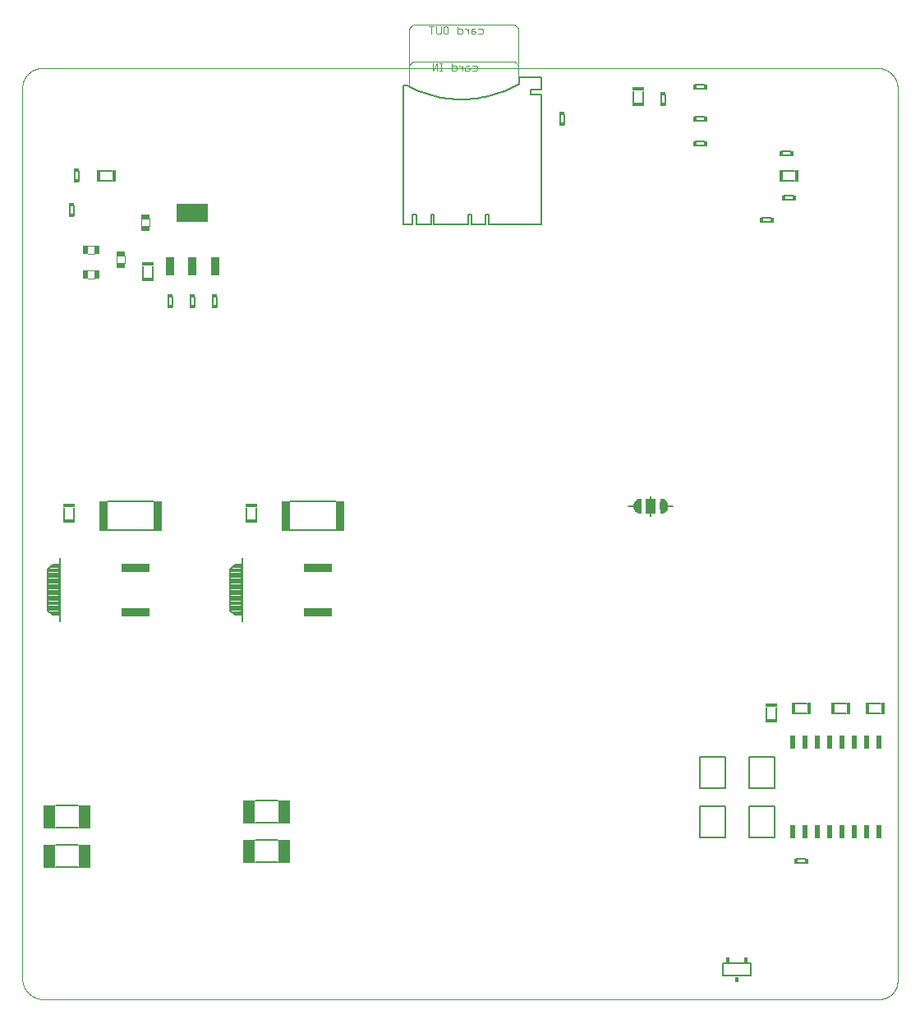
<source format=gbr>
G75*
%MOIN*%
%OFA0B0*%
%FSLAX25Y25*%
%IPPOS*%
%LPD*%
%AMOC8*
5,1,8,0,0,1.08239X$1,22.5*
%
%ADD10C,0.00394*%
%ADD11C,0.00800*%
%ADD12R,0.02400X0.01200*%
%ADD13R,0.01575X0.04734*%
%ADD14R,0.04734X0.01575*%
%ADD15C,0.00500*%
%ADD16R,0.01200X0.02400*%
%ADD17R,0.04724X0.09449*%
%ADD18C,0.00600*%
%ADD19R,0.01800X0.02300*%
%ADD20R,0.02000X0.05800*%
%ADD21C,0.00400*%
%ADD22R,0.03740X0.01969*%
%ADD23R,0.01969X0.03740*%
%ADD24R,0.03346X0.12205*%
%ADD25C,0.00000*%
%ADD26C,0.00300*%
%ADD27R,0.00394X0.00866*%
%ADD28R,0.00866X0.00394*%
%ADD29R,0.11400X0.03400*%
%ADD30C,0.00787*%
%ADD31R,0.03400X0.07300*%
%ADD32R,0.12600X0.07300*%
%ADD33R,0.04000X0.06000*%
D10*
X0006233Y0009474D02*
X0006233Y0371285D01*
X0006235Y0371475D01*
X0006242Y0371665D01*
X0006254Y0371855D01*
X0006270Y0372045D01*
X0006290Y0372234D01*
X0006316Y0372423D01*
X0006345Y0372611D01*
X0006380Y0372798D01*
X0006419Y0372984D01*
X0006462Y0373169D01*
X0006510Y0373354D01*
X0006562Y0373537D01*
X0006618Y0373718D01*
X0006679Y0373898D01*
X0006745Y0374077D01*
X0006814Y0374254D01*
X0006888Y0374430D01*
X0006966Y0374603D01*
X0007049Y0374775D01*
X0007135Y0374944D01*
X0007225Y0375112D01*
X0007320Y0375277D01*
X0007418Y0375440D01*
X0007521Y0375600D01*
X0007627Y0375758D01*
X0007737Y0375913D01*
X0007850Y0376066D01*
X0007968Y0376216D01*
X0008089Y0376362D01*
X0008213Y0376506D01*
X0008341Y0376647D01*
X0008472Y0376785D01*
X0008607Y0376920D01*
X0008745Y0377051D01*
X0008886Y0377179D01*
X0009030Y0377303D01*
X0009176Y0377424D01*
X0009326Y0377542D01*
X0009479Y0377655D01*
X0009634Y0377765D01*
X0009792Y0377871D01*
X0009952Y0377974D01*
X0010115Y0378072D01*
X0010280Y0378167D01*
X0010448Y0378257D01*
X0010617Y0378343D01*
X0010789Y0378426D01*
X0010962Y0378504D01*
X0011138Y0378578D01*
X0011315Y0378647D01*
X0011494Y0378713D01*
X0011674Y0378774D01*
X0011855Y0378830D01*
X0012038Y0378882D01*
X0012223Y0378930D01*
X0012408Y0378973D01*
X0012594Y0379012D01*
X0012781Y0379047D01*
X0012969Y0379076D01*
X0013158Y0379102D01*
X0013347Y0379122D01*
X0013537Y0379138D01*
X0013727Y0379150D01*
X0013917Y0379157D01*
X0014107Y0379159D01*
X0353477Y0379159D01*
X0353667Y0379157D01*
X0353857Y0379150D01*
X0354047Y0379138D01*
X0354237Y0379122D01*
X0354426Y0379102D01*
X0354615Y0379076D01*
X0354803Y0379047D01*
X0354990Y0379012D01*
X0355176Y0378973D01*
X0355361Y0378930D01*
X0355546Y0378882D01*
X0355729Y0378830D01*
X0355910Y0378774D01*
X0356090Y0378713D01*
X0356269Y0378647D01*
X0356446Y0378578D01*
X0356622Y0378504D01*
X0356795Y0378426D01*
X0356967Y0378343D01*
X0357136Y0378257D01*
X0357304Y0378167D01*
X0357469Y0378072D01*
X0357632Y0377974D01*
X0357792Y0377871D01*
X0357950Y0377765D01*
X0358105Y0377655D01*
X0358258Y0377542D01*
X0358408Y0377424D01*
X0358554Y0377303D01*
X0358698Y0377179D01*
X0358839Y0377051D01*
X0358977Y0376920D01*
X0359112Y0376785D01*
X0359243Y0376647D01*
X0359371Y0376506D01*
X0359495Y0376362D01*
X0359616Y0376216D01*
X0359734Y0376066D01*
X0359847Y0375913D01*
X0359957Y0375758D01*
X0360063Y0375600D01*
X0360166Y0375440D01*
X0360264Y0375277D01*
X0360359Y0375112D01*
X0360449Y0374944D01*
X0360535Y0374775D01*
X0360618Y0374603D01*
X0360696Y0374430D01*
X0360770Y0374254D01*
X0360839Y0374077D01*
X0360905Y0373898D01*
X0360966Y0373718D01*
X0361022Y0373537D01*
X0361074Y0373354D01*
X0361122Y0373169D01*
X0361165Y0372984D01*
X0361204Y0372798D01*
X0361239Y0372611D01*
X0361268Y0372423D01*
X0361294Y0372234D01*
X0361314Y0372045D01*
X0361330Y0371855D01*
X0361342Y0371665D01*
X0361349Y0371475D01*
X0361351Y0371285D01*
X0361351Y0009474D01*
X0361361Y0009296D01*
X0361367Y0009117D01*
X0361368Y0008939D01*
X0361365Y0008760D01*
X0361358Y0008582D01*
X0361346Y0008403D01*
X0361330Y0008225D01*
X0361310Y0008048D01*
X0361285Y0007871D01*
X0361256Y0007695D01*
X0361223Y0007519D01*
X0361186Y0007345D01*
X0361145Y0007171D01*
X0361099Y0006998D01*
X0361049Y0006827D01*
X0360995Y0006656D01*
X0360937Y0006487D01*
X0360875Y0006320D01*
X0360809Y0006154D01*
X0360739Y0005990D01*
X0360665Y0005827D01*
X0360587Y0005667D01*
X0360505Y0005508D01*
X0360419Y0005351D01*
X0360330Y0005197D01*
X0360237Y0005044D01*
X0360140Y0004894D01*
X0360039Y0004746D01*
X0359936Y0004601D01*
X0359828Y0004458D01*
X0359717Y0004318D01*
X0359603Y0004181D01*
X0359486Y0004046D01*
X0359365Y0003915D01*
X0359241Y0003786D01*
X0359114Y0003660D01*
X0358984Y0003538D01*
X0358852Y0003418D01*
X0358716Y0003302D01*
X0358577Y0003189D01*
X0358436Y0003080D01*
X0358293Y0002974D01*
X0358146Y0002871D01*
X0357998Y0002772D01*
X0357847Y0002677D01*
X0357693Y0002585D01*
X0357538Y0002497D01*
X0357380Y0002413D01*
X0357221Y0002333D01*
X0357059Y0002256D01*
X0356896Y0002184D01*
X0356731Y0002115D01*
X0356565Y0002051D01*
X0356397Y0001990D01*
X0356227Y0001934D01*
X0356056Y0001882D01*
X0355884Y0001833D01*
X0355711Y0001789D01*
X0355537Y0001750D01*
X0355362Y0001714D01*
X0355186Y0001683D01*
X0355010Y0001656D01*
X0354833Y0001633D01*
X0354655Y0001614D01*
X0354477Y0001600D01*
X0015107Y0001600D01*
X0014901Y0001590D01*
X0014696Y0001585D01*
X0014490Y0001586D01*
X0014284Y0001591D01*
X0014078Y0001602D01*
X0013873Y0001617D01*
X0013668Y0001638D01*
X0013464Y0001663D01*
X0013260Y0001694D01*
X0013057Y0001729D01*
X0012855Y0001770D01*
X0012655Y0001815D01*
X0012455Y0001866D01*
X0012257Y0001921D01*
X0012060Y0001981D01*
X0011864Y0002046D01*
X0011671Y0002116D01*
X0011479Y0002190D01*
X0011289Y0002269D01*
X0011100Y0002353D01*
X0010914Y0002441D01*
X0010731Y0002534D01*
X0010549Y0002632D01*
X0010370Y0002733D01*
X0010194Y0002840D01*
X0010020Y0002950D01*
X0009849Y0003065D01*
X0009681Y0003184D01*
X0009516Y0003306D01*
X0009354Y0003433D01*
X0009195Y0003564D01*
X0009039Y0003699D01*
X0008887Y0003838D01*
X0008738Y0003980D01*
X0008593Y0004126D01*
X0008451Y0004275D01*
X0008313Y0004428D01*
X0008179Y0004584D01*
X0008048Y0004743D01*
X0007922Y0004906D01*
X0007800Y0005071D01*
X0007681Y0005240D01*
X0007567Y0005411D01*
X0007457Y0005586D01*
X0007352Y0005762D01*
X0007251Y0005942D01*
X0007154Y0006123D01*
X0007062Y0006307D01*
X0006974Y0006494D01*
X0006891Y0006682D01*
X0006812Y0006872D01*
X0006739Y0007065D01*
X0006670Y0007259D01*
X0006605Y0007454D01*
X0006546Y0007651D01*
X0006491Y0007850D01*
X0006442Y0008050D01*
X0006397Y0008251D01*
X0006357Y0008453D01*
X0006322Y0008656D01*
X0006292Y0008859D01*
X0006268Y0009064D01*
X0006248Y0009269D01*
X0006233Y0009474D01*
D11*
X0019706Y0055079D02*
X0028761Y0055079D01*
X0028761Y0064121D02*
X0019706Y0064121D01*
X0019706Y0071079D02*
X0028761Y0071079D01*
X0028761Y0080121D02*
X0019706Y0080121D01*
X0021530Y0154697D02*
X0021528Y0180502D01*
X0021127Y0177700D02*
X0018327Y0177700D01*
X0016527Y0175900D01*
X0016527Y0159300D01*
X0018327Y0157500D01*
X0021127Y0157500D01*
X0021127Y0177700D01*
X0023265Y0196238D02*
X0023265Y0200962D01*
X0027202Y0200962D02*
X0027202Y0196238D01*
X0090527Y0175900D02*
X0090527Y0159300D01*
X0092327Y0157500D01*
X0095127Y0157500D01*
X0095127Y0177700D01*
X0092327Y0177700D01*
X0090527Y0175900D01*
X0095528Y0180502D02*
X0095530Y0154697D01*
X0097265Y0196238D02*
X0097265Y0200962D01*
X0101202Y0200962D02*
X0101202Y0196238D01*
X0085033Y0282600D02*
X0085033Y0286600D01*
X0083433Y0286600D02*
X0083433Y0282600D01*
X0076033Y0282600D02*
X0076033Y0286600D01*
X0074433Y0286600D02*
X0074433Y0282600D01*
X0067033Y0282600D02*
X0067033Y0286600D01*
X0065433Y0286600D02*
X0065433Y0282600D01*
X0059202Y0294238D02*
X0059202Y0298962D01*
X0055265Y0298962D02*
X0055265Y0294238D01*
X0027033Y0319600D02*
X0027033Y0323600D01*
X0025433Y0323600D02*
X0025433Y0319600D01*
X0027433Y0333600D02*
X0027433Y0337600D01*
X0029033Y0337600D02*
X0029033Y0333600D01*
X0037871Y0333631D02*
X0042595Y0333631D01*
X0042595Y0337569D02*
X0037871Y0337569D01*
X0224433Y0356600D02*
X0224433Y0360600D01*
X0226033Y0360600D02*
X0226033Y0356600D01*
X0254265Y0365238D02*
X0254265Y0369962D01*
X0258202Y0369962D02*
X0258202Y0365238D01*
X0265433Y0364600D02*
X0265433Y0368600D01*
X0267033Y0368600D02*
X0267033Y0364600D01*
X0279233Y0359400D02*
X0283233Y0359400D01*
X0283233Y0357800D02*
X0279233Y0357800D01*
X0279233Y0349400D02*
X0283233Y0349400D01*
X0283233Y0347800D02*
X0279233Y0347800D01*
X0279233Y0370800D02*
X0283233Y0370800D01*
X0283233Y0372400D02*
X0279233Y0372400D01*
X0314233Y0345400D02*
X0318233Y0345400D01*
X0318233Y0343800D02*
X0314233Y0343800D01*
X0314871Y0337569D02*
X0319595Y0337569D01*
X0319595Y0333631D02*
X0314871Y0333631D01*
X0315233Y0327400D02*
X0319233Y0327400D01*
X0319233Y0325800D02*
X0315233Y0325800D01*
X0310233Y0318400D02*
X0306233Y0318400D01*
X0306233Y0316800D02*
X0310233Y0316800D01*
X0319871Y0121569D02*
X0324595Y0121569D01*
X0324595Y0117631D02*
X0319871Y0117631D01*
X0312202Y0119962D02*
X0312202Y0115238D01*
X0308265Y0115238D02*
X0308265Y0119962D01*
X0335871Y0121569D02*
X0340595Y0121569D01*
X0340595Y0117631D02*
X0335871Y0117631D01*
X0349871Y0117631D02*
X0354595Y0117631D01*
X0354595Y0121569D02*
X0349871Y0121569D01*
X0324233Y0058400D02*
X0320233Y0058400D01*
X0320233Y0056800D02*
X0324233Y0056800D01*
X0109761Y0057079D02*
X0100706Y0057079D01*
X0100706Y0066121D02*
X0109761Y0066121D01*
X0109761Y0073079D02*
X0100706Y0073079D01*
X0100706Y0082121D02*
X0109761Y0082121D01*
D12*
X0084233Y0282400D03*
X0084233Y0282400D03*
X0084233Y0286800D03*
X0075233Y0286800D03*
X0075233Y0282400D03*
X0075233Y0282400D03*
X0066233Y0282400D03*
X0066233Y0282400D03*
X0066233Y0286800D03*
X0026233Y0319400D03*
X0026233Y0323800D03*
X0026233Y0323800D03*
X0028233Y0333400D03*
X0028233Y0333400D03*
X0028233Y0337800D03*
X0225233Y0356400D03*
X0225233Y0356400D03*
X0225233Y0360800D03*
X0266233Y0364400D03*
X0266233Y0368800D03*
X0266233Y0368800D03*
D13*
X0314083Y0335600D03*
X0320383Y0335600D03*
X0319083Y0119600D03*
X0325383Y0119600D03*
X0335083Y0119600D03*
X0341383Y0119600D03*
X0349083Y0119600D03*
X0355383Y0119600D03*
X0043383Y0335600D03*
X0037083Y0335600D03*
D14*
X0057233Y0299750D03*
X0057233Y0293450D03*
X0025233Y0201750D03*
X0025233Y0195450D03*
X0099233Y0195450D03*
X0099233Y0201750D03*
X0256233Y0364450D03*
X0256233Y0370750D03*
X0310233Y0120750D03*
X0310233Y0114450D03*
D15*
X0311351Y0099899D02*
X0301115Y0099899D01*
X0301115Y0087301D01*
X0311351Y0087301D01*
X0311351Y0099899D01*
X0311351Y0079899D02*
X0301115Y0079899D01*
X0301115Y0067301D01*
X0311351Y0067301D01*
X0311351Y0079899D01*
X0291351Y0079899D02*
X0291351Y0067301D01*
X0281115Y0067301D01*
X0281115Y0079899D01*
X0291351Y0079899D01*
X0291351Y0087301D02*
X0281115Y0087301D01*
X0281115Y0099899D01*
X0291351Y0099899D01*
X0291351Y0087301D01*
X0265482Y0198862D02*
X0265234Y0201600D01*
X0265234Y0201600D01*
X0265482Y0204338D01*
X0265483Y0204339D01*
X0265586Y0204327D01*
X0265690Y0204312D01*
X0265792Y0204293D01*
X0265894Y0204269D01*
X0265995Y0204242D01*
X0266094Y0204212D01*
X0266193Y0204177D01*
X0266290Y0204139D01*
X0266385Y0204097D01*
X0266479Y0204051D01*
X0266571Y0204002D01*
X0266662Y0203950D01*
X0266750Y0203894D01*
X0266836Y0203835D01*
X0266919Y0203772D01*
X0267000Y0203707D01*
X0267079Y0203638D01*
X0267155Y0203567D01*
X0267228Y0203492D01*
X0267299Y0203415D01*
X0267366Y0203336D01*
X0267430Y0203253D01*
X0267492Y0203169D01*
X0267549Y0203082D01*
X0267604Y0202993D01*
X0267655Y0202902D01*
X0267703Y0202809D01*
X0267747Y0202715D01*
X0267787Y0202619D01*
X0267824Y0202521D01*
X0267857Y0202422D01*
X0267887Y0202322D01*
X0267912Y0202221D01*
X0267934Y0202119D01*
X0267951Y0202016D01*
X0267965Y0201912D01*
X0267975Y0201809D01*
X0267981Y0201704D01*
X0267983Y0201600D01*
X0267981Y0201496D01*
X0267975Y0201391D01*
X0267965Y0201288D01*
X0267951Y0201184D01*
X0267934Y0201081D01*
X0267912Y0200979D01*
X0267887Y0200878D01*
X0267857Y0200778D01*
X0267824Y0200679D01*
X0267787Y0200581D01*
X0267747Y0200485D01*
X0267703Y0200391D01*
X0267655Y0200298D01*
X0267604Y0200207D01*
X0267549Y0200118D01*
X0267492Y0200031D01*
X0267430Y0199947D01*
X0267366Y0199864D01*
X0267299Y0199785D01*
X0267228Y0199708D01*
X0267155Y0199633D01*
X0267079Y0199562D01*
X0267000Y0199493D01*
X0266919Y0199428D01*
X0266836Y0199365D01*
X0266750Y0199306D01*
X0266662Y0199250D01*
X0266571Y0199198D01*
X0266479Y0199149D01*
X0266385Y0199103D01*
X0266290Y0199061D01*
X0266193Y0199023D01*
X0266094Y0198988D01*
X0265995Y0198958D01*
X0265894Y0198931D01*
X0265792Y0198907D01*
X0265690Y0198888D01*
X0265586Y0198873D01*
X0265483Y0198861D01*
X0265482Y0199338D01*
X0265577Y0199350D01*
X0265670Y0199366D01*
X0265763Y0199387D01*
X0265855Y0199411D01*
X0265946Y0199439D01*
X0266035Y0199470D01*
X0266124Y0199505D01*
X0266210Y0199544D01*
X0266295Y0199587D01*
X0266378Y0199633D01*
X0266459Y0199683D01*
X0266538Y0199735D01*
X0266615Y0199792D01*
X0266689Y0199851D01*
X0266761Y0199913D01*
X0266830Y0199978D01*
X0266896Y0200046D01*
X0266960Y0200117D01*
X0267020Y0200190D01*
X0267077Y0200266D01*
X0267131Y0200344D01*
X0267182Y0200425D01*
X0267229Y0200507D01*
X0267273Y0200591D01*
X0267314Y0200677D01*
X0267350Y0200765D01*
X0267383Y0200854D01*
X0267413Y0200944D01*
X0267438Y0201036D01*
X0267460Y0201128D01*
X0267477Y0201222D01*
X0267491Y0201316D01*
X0267501Y0201410D01*
X0267507Y0201505D01*
X0267509Y0201600D01*
X0267507Y0201695D01*
X0267501Y0201790D01*
X0267491Y0201884D01*
X0267477Y0201978D01*
X0267460Y0202072D01*
X0267438Y0202164D01*
X0267413Y0202256D01*
X0267383Y0202346D01*
X0267350Y0202435D01*
X0267314Y0202523D01*
X0267273Y0202609D01*
X0267229Y0202693D01*
X0267182Y0202775D01*
X0267131Y0202856D01*
X0267077Y0202934D01*
X0267020Y0203010D01*
X0266960Y0203083D01*
X0266896Y0203154D01*
X0266830Y0203222D01*
X0266761Y0203287D01*
X0266689Y0203349D01*
X0266615Y0203408D01*
X0266538Y0203465D01*
X0266459Y0203517D01*
X0266378Y0203567D01*
X0266295Y0203613D01*
X0266210Y0203656D01*
X0266124Y0203695D01*
X0266035Y0203730D01*
X0265946Y0203761D01*
X0265855Y0203789D01*
X0265763Y0203813D01*
X0265670Y0203834D01*
X0265577Y0203850D01*
X0265482Y0203862D01*
X0265482Y0203385D01*
X0265564Y0203371D01*
X0265646Y0203354D01*
X0265726Y0203333D01*
X0265806Y0203309D01*
X0265884Y0203280D01*
X0265961Y0203248D01*
X0266036Y0203213D01*
X0266110Y0203174D01*
X0266182Y0203132D01*
X0266252Y0203087D01*
X0266319Y0203038D01*
X0266384Y0202986D01*
X0266447Y0202932D01*
X0266507Y0202874D01*
X0266565Y0202814D01*
X0266619Y0202751D01*
X0266671Y0202686D01*
X0266720Y0202618D01*
X0266765Y0202549D01*
X0266807Y0202477D01*
X0266846Y0202403D01*
X0266881Y0202328D01*
X0266913Y0202251D01*
X0266942Y0202173D01*
X0266966Y0202093D01*
X0266987Y0202013D01*
X0267004Y0201931D01*
X0267018Y0201849D01*
X0267027Y0201766D01*
X0267033Y0201683D01*
X0267035Y0201600D01*
X0267033Y0201517D01*
X0267027Y0201434D01*
X0267018Y0201351D01*
X0267004Y0201269D01*
X0266987Y0201187D01*
X0266966Y0201107D01*
X0266942Y0201027D01*
X0266913Y0200949D01*
X0266881Y0200872D01*
X0266846Y0200797D01*
X0266807Y0200723D01*
X0266765Y0200651D01*
X0266720Y0200582D01*
X0266671Y0200514D01*
X0266619Y0200449D01*
X0266565Y0200386D01*
X0266507Y0200326D01*
X0266447Y0200268D01*
X0266384Y0200214D01*
X0266319Y0200162D01*
X0266252Y0200113D01*
X0266182Y0200068D01*
X0266110Y0200026D01*
X0266036Y0199987D01*
X0265961Y0199952D01*
X0265884Y0199920D01*
X0265806Y0199891D01*
X0265726Y0199867D01*
X0265646Y0199846D01*
X0265564Y0199829D01*
X0265482Y0199815D01*
X0265482Y0200295D01*
X0265552Y0200311D01*
X0265621Y0200330D01*
X0265689Y0200353D01*
X0265756Y0200379D01*
X0265822Y0200410D01*
X0265885Y0200443D01*
X0265947Y0200480D01*
X0266007Y0200521D01*
X0266064Y0200564D01*
X0266119Y0200611D01*
X0266171Y0200660D01*
X0266221Y0200712D01*
X0266268Y0200767D01*
X0266311Y0200825D01*
X0266352Y0200884D01*
X0266389Y0200946D01*
X0266422Y0201009D01*
X0266453Y0201075D01*
X0266479Y0201142D01*
X0266502Y0201210D01*
X0266522Y0201279D01*
X0266537Y0201350D01*
X0266549Y0201421D01*
X0266557Y0201492D01*
X0266561Y0201564D01*
X0266561Y0201636D01*
X0266557Y0201708D01*
X0266549Y0201779D01*
X0266537Y0201850D01*
X0266522Y0201921D01*
X0266502Y0201990D01*
X0266479Y0202058D01*
X0266453Y0202125D01*
X0266422Y0202191D01*
X0266389Y0202254D01*
X0266352Y0202316D01*
X0266311Y0202375D01*
X0266268Y0202433D01*
X0266221Y0202488D01*
X0266171Y0202540D01*
X0266119Y0202589D01*
X0266064Y0202636D01*
X0266007Y0202679D01*
X0265947Y0202720D01*
X0265885Y0202757D01*
X0265822Y0202790D01*
X0265756Y0202821D01*
X0265689Y0202847D01*
X0265621Y0202870D01*
X0265552Y0202889D01*
X0265482Y0202905D01*
X0265479Y0202418D01*
X0265534Y0202399D01*
X0265587Y0202377D01*
X0265638Y0202352D01*
X0265688Y0202323D01*
X0265735Y0202291D01*
X0265781Y0202255D01*
X0265824Y0202217D01*
X0265864Y0202176D01*
X0265901Y0202132D01*
X0265935Y0202086D01*
X0265966Y0202038D01*
X0265994Y0201987D01*
X0266018Y0201935D01*
X0266039Y0201882D01*
X0266056Y0201827D01*
X0266070Y0201771D01*
X0266079Y0201715D01*
X0266085Y0201657D01*
X0266087Y0201600D01*
X0266085Y0201543D01*
X0266079Y0201485D01*
X0266070Y0201429D01*
X0266056Y0201373D01*
X0266039Y0201318D01*
X0266018Y0201265D01*
X0265994Y0201213D01*
X0265966Y0201162D01*
X0265935Y0201114D01*
X0265901Y0201068D01*
X0265864Y0201024D01*
X0265824Y0200983D01*
X0265781Y0200945D01*
X0265735Y0200909D01*
X0265688Y0200877D01*
X0265638Y0200848D01*
X0265587Y0200823D01*
X0265534Y0200801D01*
X0265479Y0200782D01*
X0265465Y0201299D01*
X0265493Y0201323D01*
X0265519Y0201349D01*
X0265541Y0201378D01*
X0265561Y0201408D01*
X0265578Y0201441D01*
X0265592Y0201475D01*
X0265602Y0201510D01*
X0265609Y0201545D01*
X0265613Y0201582D01*
X0265613Y0201618D01*
X0265609Y0201655D01*
X0265602Y0201690D01*
X0265592Y0201725D01*
X0265578Y0201759D01*
X0265561Y0201792D01*
X0265541Y0201822D01*
X0265519Y0201851D01*
X0265493Y0201877D01*
X0265465Y0201901D01*
X0256984Y0204338D02*
X0257232Y0201600D01*
X0257232Y0201600D01*
X0256984Y0198862D01*
X0256983Y0198861D01*
X0256880Y0198873D01*
X0256776Y0198888D01*
X0256674Y0198907D01*
X0256572Y0198931D01*
X0256471Y0198958D01*
X0256372Y0198988D01*
X0256273Y0199023D01*
X0256176Y0199061D01*
X0256081Y0199103D01*
X0255987Y0199149D01*
X0255895Y0199198D01*
X0255804Y0199250D01*
X0255716Y0199306D01*
X0255630Y0199365D01*
X0255547Y0199428D01*
X0255466Y0199493D01*
X0255387Y0199562D01*
X0255311Y0199633D01*
X0255238Y0199708D01*
X0255167Y0199785D01*
X0255100Y0199864D01*
X0255036Y0199947D01*
X0254974Y0200031D01*
X0254917Y0200118D01*
X0254862Y0200207D01*
X0254811Y0200298D01*
X0254763Y0200391D01*
X0254719Y0200485D01*
X0254679Y0200581D01*
X0254642Y0200679D01*
X0254609Y0200778D01*
X0254579Y0200878D01*
X0254554Y0200979D01*
X0254532Y0201081D01*
X0254515Y0201184D01*
X0254501Y0201288D01*
X0254491Y0201391D01*
X0254485Y0201496D01*
X0254483Y0201600D01*
X0254485Y0201704D01*
X0254491Y0201809D01*
X0254501Y0201912D01*
X0254515Y0202016D01*
X0254532Y0202119D01*
X0254554Y0202221D01*
X0254579Y0202322D01*
X0254609Y0202422D01*
X0254642Y0202521D01*
X0254679Y0202619D01*
X0254719Y0202715D01*
X0254763Y0202809D01*
X0254811Y0202902D01*
X0254862Y0202993D01*
X0254917Y0203082D01*
X0254974Y0203169D01*
X0255036Y0203253D01*
X0255100Y0203336D01*
X0255167Y0203415D01*
X0255238Y0203492D01*
X0255311Y0203567D01*
X0255387Y0203638D01*
X0255466Y0203707D01*
X0255547Y0203772D01*
X0255630Y0203835D01*
X0255716Y0203894D01*
X0255804Y0203950D01*
X0255895Y0204002D01*
X0255987Y0204051D01*
X0256081Y0204097D01*
X0256176Y0204139D01*
X0256273Y0204177D01*
X0256372Y0204212D01*
X0256471Y0204242D01*
X0256572Y0204269D01*
X0256674Y0204293D01*
X0256776Y0204312D01*
X0256880Y0204327D01*
X0256983Y0204339D01*
X0256984Y0203862D01*
X0256889Y0203850D01*
X0256796Y0203834D01*
X0256703Y0203813D01*
X0256611Y0203789D01*
X0256520Y0203761D01*
X0256431Y0203730D01*
X0256342Y0203695D01*
X0256256Y0203656D01*
X0256171Y0203613D01*
X0256088Y0203567D01*
X0256007Y0203517D01*
X0255928Y0203465D01*
X0255851Y0203408D01*
X0255777Y0203349D01*
X0255705Y0203287D01*
X0255636Y0203222D01*
X0255570Y0203154D01*
X0255506Y0203083D01*
X0255446Y0203010D01*
X0255389Y0202934D01*
X0255335Y0202856D01*
X0255284Y0202775D01*
X0255237Y0202693D01*
X0255193Y0202609D01*
X0255152Y0202523D01*
X0255116Y0202435D01*
X0255083Y0202346D01*
X0255053Y0202256D01*
X0255028Y0202164D01*
X0255006Y0202072D01*
X0254989Y0201978D01*
X0254975Y0201884D01*
X0254965Y0201790D01*
X0254959Y0201695D01*
X0254957Y0201600D01*
X0254959Y0201505D01*
X0254965Y0201410D01*
X0254975Y0201316D01*
X0254989Y0201222D01*
X0255006Y0201128D01*
X0255028Y0201036D01*
X0255053Y0200944D01*
X0255083Y0200854D01*
X0255116Y0200765D01*
X0255152Y0200677D01*
X0255193Y0200591D01*
X0255237Y0200507D01*
X0255284Y0200425D01*
X0255335Y0200344D01*
X0255389Y0200266D01*
X0255446Y0200190D01*
X0255506Y0200117D01*
X0255570Y0200046D01*
X0255636Y0199978D01*
X0255705Y0199913D01*
X0255777Y0199851D01*
X0255851Y0199792D01*
X0255928Y0199735D01*
X0256007Y0199683D01*
X0256088Y0199633D01*
X0256171Y0199587D01*
X0256256Y0199544D01*
X0256342Y0199505D01*
X0256431Y0199470D01*
X0256520Y0199439D01*
X0256611Y0199411D01*
X0256703Y0199387D01*
X0256796Y0199366D01*
X0256889Y0199350D01*
X0256984Y0199338D01*
X0256984Y0199815D01*
X0256902Y0199829D01*
X0256820Y0199846D01*
X0256740Y0199867D01*
X0256660Y0199891D01*
X0256582Y0199920D01*
X0256505Y0199952D01*
X0256430Y0199987D01*
X0256356Y0200026D01*
X0256284Y0200068D01*
X0256214Y0200113D01*
X0256147Y0200162D01*
X0256082Y0200214D01*
X0256019Y0200268D01*
X0255959Y0200326D01*
X0255901Y0200386D01*
X0255847Y0200449D01*
X0255795Y0200514D01*
X0255746Y0200582D01*
X0255701Y0200651D01*
X0255659Y0200723D01*
X0255620Y0200797D01*
X0255585Y0200872D01*
X0255553Y0200949D01*
X0255524Y0201027D01*
X0255500Y0201107D01*
X0255479Y0201187D01*
X0255462Y0201269D01*
X0255448Y0201351D01*
X0255439Y0201434D01*
X0255433Y0201517D01*
X0255431Y0201600D01*
X0255433Y0201683D01*
X0255439Y0201766D01*
X0255448Y0201849D01*
X0255462Y0201931D01*
X0255479Y0202013D01*
X0255500Y0202093D01*
X0255524Y0202173D01*
X0255553Y0202251D01*
X0255585Y0202328D01*
X0255620Y0202403D01*
X0255659Y0202477D01*
X0255701Y0202549D01*
X0255746Y0202618D01*
X0255795Y0202686D01*
X0255847Y0202751D01*
X0255901Y0202814D01*
X0255959Y0202874D01*
X0256019Y0202932D01*
X0256082Y0202986D01*
X0256147Y0203038D01*
X0256214Y0203087D01*
X0256284Y0203132D01*
X0256356Y0203174D01*
X0256430Y0203213D01*
X0256505Y0203248D01*
X0256582Y0203280D01*
X0256660Y0203309D01*
X0256740Y0203333D01*
X0256820Y0203354D01*
X0256902Y0203371D01*
X0256984Y0203385D01*
X0256984Y0202905D01*
X0256914Y0202889D01*
X0256845Y0202870D01*
X0256777Y0202847D01*
X0256710Y0202821D01*
X0256644Y0202790D01*
X0256581Y0202757D01*
X0256519Y0202720D01*
X0256459Y0202679D01*
X0256402Y0202636D01*
X0256347Y0202589D01*
X0256295Y0202540D01*
X0256245Y0202488D01*
X0256198Y0202433D01*
X0256155Y0202375D01*
X0256114Y0202316D01*
X0256077Y0202254D01*
X0256044Y0202191D01*
X0256013Y0202125D01*
X0255987Y0202058D01*
X0255964Y0201990D01*
X0255944Y0201921D01*
X0255929Y0201850D01*
X0255917Y0201779D01*
X0255909Y0201708D01*
X0255905Y0201636D01*
X0255905Y0201564D01*
X0255909Y0201492D01*
X0255917Y0201421D01*
X0255929Y0201350D01*
X0255944Y0201279D01*
X0255964Y0201210D01*
X0255987Y0201142D01*
X0256013Y0201075D01*
X0256044Y0201009D01*
X0256077Y0200946D01*
X0256114Y0200884D01*
X0256155Y0200825D01*
X0256198Y0200767D01*
X0256245Y0200712D01*
X0256295Y0200660D01*
X0256347Y0200611D01*
X0256402Y0200564D01*
X0256459Y0200521D01*
X0256519Y0200480D01*
X0256581Y0200443D01*
X0256644Y0200410D01*
X0256710Y0200379D01*
X0256777Y0200353D01*
X0256845Y0200330D01*
X0256914Y0200311D01*
X0256984Y0200295D01*
X0256987Y0200782D01*
X0256932Y0200801D01*
X0256879Y0200823D01*
X0256828Y0200848D01*
X0256778Y0200877D01*
X0256731Y0200909D01*
X0256685Y0200945D01*
X0256642Y0200983D01*
X0256602Y0201024D01*
X0256565Y0201068D01*
X0256531Y0201114D01*
X0256500Y0201162D01*
X0256472Y0201213D01*
X0256448Y0201265D01*
X0256427Y0201318D01*
X0256410Y0201373D01*
X0256396Y0201429D01*
X0256387Y0201485D01*
X0256381Y0201543D01*
X0256379Y0201600D01*
X0256381Y0201657D01*
X0256387Y0201715D01*
X0256396Y0201771D01*
X0256410Y0201827D01*
X0256427Y0201882D01*
X0256448Y0201935D01*
X0256472Y0201987D01*
X0256500Y0202038D01*
X0256531Y0202086D01*
X0256565Y0202132D01*
X0256602Y0202176D01*
X0256642Y0202217D01*
X0256685Y0202255D01*
X0256731Y0202291D01*
X0256778Y0202323D01*
X0256828Y0202352D01*
X0256879Y0202377D01*
X0256932Y0202399D01*
X0256987Y0202418D01*
X0257001Y0201901D01*
X0256973Y0201877D01*
X0256947Y0201851D01*
X0256925Y0201822D01*
X0256905Y0201792D01*
X0256888Y0201759D01*
X0256874Y0201725D01*
X0256864Y0201690D01*
X0256857Y0201655D01*
X0256853Y0201618D01*
X0256853Y0201582D01*
X0256857Y0201545D01*
X0256864Y0201510D01*
X0256874Y0201475D01*
X0256888Y0201441D01*
X0256905Y0201408D01*
X0256925Y0201378D01*
X0256947Y0201349D01*
X0256973Y0201323D01*
X0257001Y0201299D01*
X0216973Y0315804D02*
X0195320Y0315804D01*
X0195320Y0319741D01*
X0194139Y0319741D01*
X0194139Y0315804D01*
X0188627Y0315804D01*
X0188627Y0319741D01*
X0187052Y0319741D01*
X0187052Y0315804D01*
X0173272Y0315804D01*
X0173272Y0319741D01*
X0172091Y0319741D01*
X0172091Y0315804D01*
X0166186Y0315804D01*
X0166186Y0319741D01*
X0164611Y0319741D01*
X0164611Y0315804D01*
X0160674Y0315804D01*
X0160674Y0372103D01*
X0162643Y0372103D01*
X0163036Y0371709D01*
X0164059Y0371199D01*
X0165093Y0370714D01*
X0166139Y0370255D01*
X0167195Y0369821D01*
X0168263Y0369413D01*
X0169339Y0369032D01*
X0170425Y0368677D01*
X0171519Y0368348D01*
X0172621Y0368047D01*
X0173730Y0367772D01*
X0174845Y0367525D01*
X0175966Y0367305D01*
X0177092Y0367112D01*
X0178222Y0366947D01*
X0179356Y0366810D01*
X0180493Y0366701D01*
X0181632Y0366619D01*
X0182773Y0366565D01*
X0183915Y0366540D01*
X0185058Y0366542D01*
X0186200Y0366572D01*
X0187340Y0366630D01*
X0188480Y0366715D01*
X0189616Y0366829D01*
X0190750Y0366971D01*
X0191879Y0367140D01*
X0193005Y0367336D01*
X0194125Y0367561D01*
X0195239Y0367812D01*
X0196347Y0368091D01*
X0197447Y0368396D01*
X0198540Y0368729D01*
X0199625Y0369088D01*
X0200700Y0369473D01*
X0201765Y0369885D01*
X0202821Y0370323D01*
X0203865Y0370786D01*
X0204897Y0371275D01*
X0205917Y0371788D01*
X0206925Y0372327D01*
X0207919Y0372890D01*
X0207918Y0372891D02*
X0207918Y0375646D01*
X0216973Y0375646D01*
X0216973Y0370528D01*
X0212643Y0370528D01*
X0212643Y0368560D01*
X0216973Y0368560D01*
X0216973Y0315804D01*
D16*
X0279033Y0348600D03*
X0279033Y0348600D03*
X0283433Y0348600D03*
X0283433Y0358600D03*
X0279033Y0358600D03*
X0279033Y0358600D03*
X0279033Y0371600D03*
X0279033Y0371600D03*
X0283433Y0371600D03*
X0314033Y0344600D03*
X0318433Y0344600D03*
X0318433Y0344600D03*
X0319433Y0326600D03*
X0319433Y0326600D03*
X0315033Y0326600D03*
X0310433Y0317600D03*
X0310433Y0317600D03*
X0306033Y0317600D03*
X0320033Y0057600D03*
X0324433Y0057600D03*
X0324433Y0057600D03*
D17*
X0112320Y0061600D03*
X0098146Y0061600D03*
X0098146Y0077600D03*
X0112320Y0077600D03*
X0031320Y0075600D03*
X0017146Y0075600D03*
X0017146Y0059600D03*
X0031320Y0059600D03*
D18*
X0040934Y0191801D02*
X0059631Y0191801D01*
X0059631Y0203399D02*
X0040934Y0203399D01*
X0114934Y0203399D02*
X0133631Y0203399D01*
X0133631Y0191801D02*
X0114934Y0191801D01*
X0252233Y0201600D02*
X0254233Y0201600D01*
X0261233Y0198600D02*
X0261233Y0197600D01*
X0261233Y0204600D02*
X0261233Y0205600D01*
X0268233Y0201600D02*
X0270233Y0201600D01*
X0290633Y0016200D02*
X0290633Y0011000D01*
X0301833Y0011000D01*
X0301833Y0016200D01*
X0290633Y0016200D01*
D19*
X0292533Y0017550D03*
X0299933Y0017550D03*
X0296233Y0009650D03*
D20*
X0318733Y0069500D03*
X0323733Y0069500D03*
X0328733Y0069500D03*
X0333733Y0069500D03*
X0338733Y0069500D03*
X0343733Y0069500D03*
X0348733Y0069500D03*
X0353733Y0069500D03*
X0353733Y0105700D03*
X0348733Y0105700D03*
X0343733Y0105700D03*
X0338733Y0105700D03*
X0333733Y0105700D03*
X0328733Y0105700D03*
X0323733Y0105700D03*
X0318733Y0105700D03*
D21*
X0057934Y0315198D02*
X0057934Y0318002D01*
X0054583Y0318002D02*
X0054583Y0315198D01*
X0047883Y0303002D02*
X0047883Y0300198D01*
X0044532Y0300198D02*
X0044532Y0303002D01*
X0035635Y0303950D02*
X0032831Y0303950D01*
X0032831Y0307301D02*
X0035635Y0307301D01*
X0035635Y0297250D02*
X0032831Y0297250D01*
X0032831Y0293899D02*
X0035635Y0293899D01*
D22*
X0046213Y0299316D03*
X0046213Y0303916D03*
X0056253Y0314284D03*
X0056253Y0318884D03*
D23*
X0036549Y0305620D03*
X0031949Y0305620D03*
X0031918Y0295580D03*
X0036518Y0295580D03*
D24*
X0039306Y0197597D03*
X0061206Y0197597D03*
X0113306Y0197597D03*
X0135206Y0197597D03*
D25*
X0163036Y0372103D02*
X0163036Y0379162D01*
X0163036Y0380371D02*
X0163036Y0394122D01*
X0163038Y0394226D01*
X0163044Y0394330D01*
X0163054Y0394434D01*
X0163067Y0394537D01*
X0163085Y0394640D01*
X0163106Y0394742D01*
X0163131Y0394843D01*
X0163160Y0394943D01*
X0163192Y0395042D01*
X0163229Y0395139D01*
X0163268Y0395235D01*
X0163312Y0395330D01*
X0163359Y0395423D01*
X0163409Y0395514D01*
X0163463Y0395603D01*
X0163520Y0395690D01*
X0163580Y0395775D01*
X0163643Y0395858D01*
X0163710Y0395938D01*
X0163779Y0396016D01*
X0163851Y0396091D01*
X0163926Y0396163D01*
X0164004Y0396232D01*
X0164084Y0396299D01*
X0164167Y0396362D01*
X0164252Y0396422D01*
X0164339Y0396479D01*
X0164428Y0396533D01*
X0164519Y0396583D01*
X0164612Y0396630D01*
X0164707Y0396674D01*
X0164803Y0396713D01*
X0164900Y0396750D01*
X0164999Y0396782D01*
X0165099Y0396811D01*
X0165200Y0396836D01*
X0165302Y0396857D01*
X0165405Y0396875D01*
X0165508Y0396888D01*
X0165612Y0396898D01*
X0165716Y0396904D01*
X0165820Y0396906D01*
X0205004Y0396906D01*
X0205103Y0396904D01*
X0205202Y0396898D01*
X0205300Y0396889D01*
X0205398Y0396875D01*
X0205496Y0396858D01*
X0205593Y0396836D01*
X0205688Y0396811D01*
X0205783Y0396783D01*
X0205877Y0396750D01*
X0205969Y0396714D01*
X0206059Y0396674D01*
X0206149Y0396631D01*
X0206236Y0396585D01*
X0206321Y0396535D01*
X0206405Y0396481D01*
X0206486Y0396425D01*
X0206565Y0396365D01*
X0206641Y0396302D01*
X0206715Y0396236D01*
X0206787Y0396168D01*
X0206855Y0396096D01*
X0206921Y0396022D01*
X0206984Y0395946D01*
X0207044Y0395867D01*
X0207100Y0395786D01*
X0207154Y0395702D01*
X0207204Y0395617D01*
X0207250Y0395530D01*
X0207293Y0395440D01*
X0207333Y0395350D01*
X0207369Y0395258D01*
X0207402Y0395164D01*
X0207430Y0395069D01*
X0207455Y0394974D01*
X0207477Y0394877D01*
X0207494Y0394779D01*
X0207508Y0394681D01*
X0207517Y0394583D01*
X0207523Y0394484D01*
X0207525Y0394385D01*
X0207524Y0394385D02*
X0207524Y0381158D01*
X0207524Y0379425D02*
X0207524Y0372497D01*
X0207525Y0379425D02*
X0207523Y0379524D01*
X0207517Y0379623D01*
X0207508Y0379721D01*
X0207494Y0379819D01*
X0207477Y0379917D01*
X0207455Y0380014D01*
X0207430Y0380109D01*
X0207402Y0380204D01*
X0207369Y0380298D01*
X0207333Y0380390D01*
X0207293Y0380480D01*
X0207250Y0380570D01*
X0207204Y0380657D01*
X0207154Y0380742D01*
X0207100Y0380826D01*
X0207044Y0380907D01*
X0206984Y0380986D01*
X0206921Y0381062D01*
X0206855Y0381136D01*
X0206787Y0381208D01*
X0206715Y0381276D01*
X0206641Y0381342D01*
X0206565Y0381405D01*
X0206486Y0381465D01*
X0206405Y0381521D01*
X0206321Y0381575D01*
X0206236Y0381625D01*
X0206149Y0381671D01*
X0206059Y0381714D01*
X0205969Y0381754D01*
X0205877Y0381790D01*
X0205783Y0381823D01*
X0205688Y0381851D01*
X0205593Y0381876D01*
X0205496Y0381898D01*
X0205398Y0381915D01*
X0205300Y0381929D01*
X0205202Y0381938D01*
X0205103Y0381944D01*
X0205004Y0381946D01*
X0165820Y0381946D01*
X0165820Y0381945D02*
X0165716Y0381943D01*
X0165612Y0381937D01*
X0165508Y0381927D01*
X0165405Y0381914D01*
X0165302Y0381896D01*
X0165200Y0381875D01*
X0165099Y0381850D01*
X0164999Y0381821D01*
X0164900Y0381789D01*
X0164803Y0381752D01*
X0164707Y0381713D01*
X0164612Y0381669D01*
X0164519Y0381622D01*
X0164428Y0381572D01*
X0164339Y0381518D01*
X0164252Y0381461D01*
X0164167Y0381401D01*
X0164084Y0381338D01*
X0164004Y0381271D01*
X0163926Y0381202D01*
X0163851Y0381130D01*
X0163779Y0381055D01*
X0163710Y0380977D01*
X0163643Y0380897D01*
X0163580Y0380814D01*
X0163520Y0380729D01*
X0163463Y0380642D01*
X0163409Y0380553D01*
X0163359Y0380462D01*
X0163312Y0380369D01*
X0163268Y0380274D01*
X0163229Y0380178D01*
X0163192Y0380081D01*
X0163160Y0379982D01*
X0163131Y0379882D01*
X0163106Y0379781D01*
X0163085Y0379679D01*
X0163067Y0379576D01*
X0163054Y0379473D01*
X0163044Y0379369D01*
X0163038Y0379265D01*
X0163036Y0379161D01*
D26*
X0172698Y0378159D02*
X0172698Y0381061D01*
X0174633Y0381061D02*
X0172698Y0378159D01*
X0174633Y0378159D02*
X0174633Y0381061D01*
X0175630Y0381061D02*
X0176597Y0381061D01*
X0176114Y0381061D02*
X0176114Y0378159D01*
X0176597Y0378159D02*
X0175630Y0378159D01*
X0180556Y0378159D02*
X0180556Y0381061D01*
X0180556Y0380094D02*
X0182007Y0380094D01*
X0182491Y0379610D01*
X0182491Y0378642D01*
X0182007Y0378159D01*
X0180556Y0378159D01*
X0183495Y0380094D02*
X0183978Y0380094D01*
X0184946Y0379126D01*
X0184946Y0378159D02*
X0184946Y0380094D01*
X0185957Y0379610D02*
X0185957Y0378159D01*
X0187409Y0378159D01*
X0187892Y0378642D01*
X0187409Y0379126D01*
X0185957Y0379126D01*
X0185957Y0379610D02*
X0186441Y0380094D01*
X0187409Y0380094D01*
X0188904Y0380094D02*
X0190355Y0380094D01*
X0190839Y0379610D01*
X0190839Y0378642D01*
X0190355Y0378159D01*
X0188904Y0378159D01*
X0188320Y0393119D02*
X0189771Y0393119D01*
X0190255Y0393603D01*
X0189771Y0394087D01*
X0188320Y0394087D01*
X0188320Y0394571D02*
X0188320Y0393119D01*
X0187308Y0393119D02*
X0187308Y0395054D01*
X0187308Y0394087D02*
X0186341Y0395054D01*
X0185857Y0395054D01*
X0184853Y0394571D02*
X0184853Y0393603D01*
X0184369Y0393119D01*
X0182918Y0393119D01*
X0182918Y0396022D01*
X0182918Y0395054D02*
X0184369Y0395054D01*
X0184853Y0394571D01*
X0188320Y0394571D02*
X0188803Y0395054D01*
X0189771Y0395054D01*
X0191266Y0395054D02*
X0192717Y0395054D01*
X0193201Y0394571D01*
X0193201Y0393603D01*
X0192717Y0393119D01*
X0191266Y0393119D01*
X0178960Y0393603D02*
X0178960Y0395538D01*
X0178476Y0396022D01*
X0177508Y0396022D01*
X0177025Y0395538D01*
X0177025Y0393603D01*
X0177508Y0393119D01*
X0178476Y0393119D01*
X0178960Y0393603D01*
X0176013Y0393603D02*
X0176013Y0396022D01*
X0174078Y0396022D02*
X0174078Y0393603D01*
X0174562Y0393119D01*
X0175529Y0393119D01*
X0176013Y0393603D01*
X0173067Y0396022D02*
X0171132Y0396022D01*
X0172099Y0396022D02*
X0172099Y0393119D01*
D27*
X0293131Y0334537D03*
X0293131Y0332962D03*
X0293131Y0331387D03*
X0293131Y0329813D03*
X0293131Y0328238D03*
X0293131Y0326663D03*
X0305335Y0326663D03*
X0305335Y0328238D03*
X0305335Y0329813D03*
X0305335Y0331387D03*
X0305335Y0332962D03*
X0305335Y0334537D03*
D28*
X0303170Y0336702D03*
X0301595Y0336702D03*
X0300020Y0336702D03*
X0298446Y0336702D03*
X0296871Y0336702D03*
X0295296Y0336702D03*
X0295296Y0324498D03*
X0296871Y0324498D03*
X0298446Y0324498D03*
X0300020Y0324498D03*
X0301595Y0324498D03*
X0303170Y0324498D03*
D29*
X0126014Y0176600D03*
X0126014Y0158600D03*
X0052014Y0158600D03*
X0052014Y0176600D03*
D30*
X0021127Y0176683D02*
X0017310Y0176683D01*
X0016527Y0175900D02*
X0016527Y0159300D01*
X0018327Y0157500D01*
X0021127Y0157500D01*
X0021127Y0177700D01*
X0018327Y0177700D01*
X0016527Y0175900D01*
X0016527Y0175898D02*
X0021127Y0175898D01*
X0021127Y0175113D02*
X0016527Y0175113D01*
X0016527Y0174328D02*
X0021127Y0174328D01*
X0021127Y0173542D02*
X0016527Y0173542D01*
X0016527Y0172757D02*
X0021127Y0172757D01*
X0021127Y0171972D02*
X0016527Y0171972D01*
X0016527Y0171187D02*
X0021127Y0171187D01*
X0021127Y0170402D02*
X0016527Y0170402D01*
X0016527Y0169617D02*
X0021127Y0169617D01*
X0021127Y0168832D02*
X0016527Y0168832D01*
X0016527Y0168047D02*
X0021127Y0168047D01*
X0021127Y0167261D02*
X0016527Y0167261D01*
X0016527Y0166476D02*
X0021127Y0166476D01*
X0021127Y0165691D02*
X0016527Y0165691D01*
X0016527Y0164906D02*
X0021127Y0164906D01*
X0021127Y0164121D02*
X0016527Y0164121D01*
X0016527Y0163336D02*
X0021127Y0163336D01*
X0021127Y0162551D02*
X0016527Y0162551D01*
X0016527Y0161766D02*
X0021127Y0161766D01*
X0021127Y0160980D02*
X0016527Y0160980D01*
X0016527Y0160195D02*
X0021127Y0160195D01*
X0021127Y0159410D02*
X0016527Y0159410D01*
X0017202Y0158625D02*
X0021127Y0158625D01*
X0021127Y0157840D02*
X0017987Y0157840D01*
X0018095Y0177468D02*
X0021127Y0177468D01*
X0090527Y0175900D02*
X0090527Y0159300D01*
X0092327Y0157500D01*
X0095127Y0157500D01*
X0095127Y0177700D01*
X0092327Y0177700D01*
X0090527Y0175900D01*
X0090527Y0175898D02*
X0095127Y0175898D01*
X0095127Y0176683D02*
X0091310Y0176683D01*
X0092095Y0177468D02*
X0095127Y0177468D01*
X0095127Y0175113D02*
X0090527Y0175113D01*
X0090527Y0174328D02*
X0095127Y0174328D01*
X0095127Y0173542D02*
X0090527Y0173542D01*
X0090527Y0172757D02*
X0095127Y0172757D01*
X0095127Y0171972D02*
X0090527Y0171972D01*
X0090527Y0171187D02*
X0095127Y0171187D01*
X0095127Y0170402D02*
X0090527Y0170402D01*
X0090527Y0169617D02*
X0095127Y0169617D01*
X0095127Y0168832D02*
X0090527Y0168832D01*
X0090527Y0168047D02*
X0095127Y0168047D01*
X0095127Y0167261D02*
X0090527Y0167261D01*
X0090527Y0166476D02*
X0095127Y0166476D01*
X0095127Y0165691D02*
X0090527Y0165691D01*
X0090527Y0164906D02*
X0095127Y0164906D01*
X0095127Y0164121D02*
X0090527Y0164121D01*
X0090527Y0163336D02*
X0095127Y0163336D01*
X0095127Y0162551D02*
X0090527Y0162551D01*
X0090527Y0161766D02*
X0095127Y0161766D01*
X0095127Y0160980D02*
X0090527Y0160980D01*
X0090527Y0160195D02*
X0095127Y0160195D01*
X0095127Y0159410D02*
X0090527Y0159410D01*
X0091202Y0158625D02*
X0095127Y0158625D01*
X0095127Y0157840D02*
X0091987Y0157840D01*
D31*
X0084333Y0298850D03*
X0084333Y0298850D03*
X0075233Y0298850D03*
X0075233Y0298850D03*
X0066133Y0298850D03*
X0066133Y0298850D03*
D32*
X0075233Y0320350D03*
D33*
X0261233Y0201600D03*
M02*

</source>
